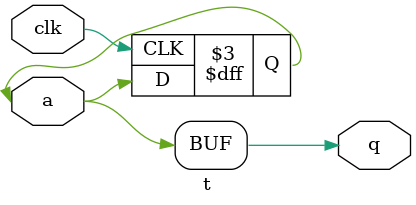
<source format=sv>
module t(input logic clk, input logic a, output logic q);
  always_ff @(posedge clk) q <= a;
  always @* q = a;
endmodule

</source>
